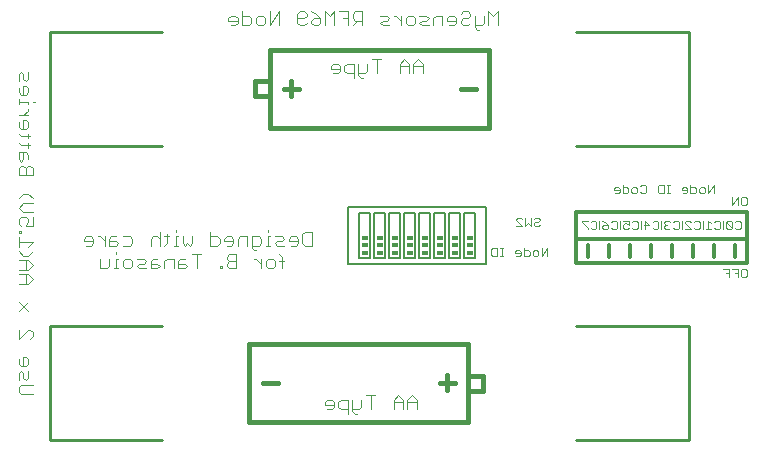
<source format=gbo>
G75*
%MOIN*%
%OFA0B0*%
%FSLAX25Y25*%
%IPPOS*%
%LPD*%
%AMOC8*
5,1,8,0,0,1.08239X$1,22.5*
%
%ADD10C,0.00400*%
%ADD11C,0.01200*%
%ADD12C,0.00300*%
%ADD13C,0.01000*%
%ADD14C,0.01600*%
%ADD15C,0.00800*%
%ADD16C,0.00700*%
%ADD17C,0.00600*%
%ADD18R,0.02000X0.01500*%
D10*
X0008767Y0031040D02*
X0008000Y0031808D01*
X0008000Y0033342D01*
X0008767Y0034109D01*
X0012604Y0034109D01*
X0010302Y0035644D02*
X0011069Y0036411D01*
X0011069Y0038713D01*
X0009535Y0037946D02*
X0009535Y0036411D01*
X0010302Y0035644D01*
X0008000Y0035644D02*
X0008000Y0037946D01*
X0008767Y0038713D01*
X0009535Y0037946D01*
X0009535Y0040248D02*
X0009535Y0043317D01*
X0010302Y0043317D01*
X0011069Y0042550D01*
X0011069Y0041015D01*
X0010302Y0040248D01*
X0008767Y0040248D01*
X0008000Y0041015D01*
X0008000Y0042550D01*
X0008000Y0049456D02*
X0011069Y0052525D01*
X0011837Y0052525D01*
X0012604Y0051758D01*
X0012604Y0050223D01*
X0011837Y0049456D01*
X0008000Y0049456D02*
X0008000Y0052525D01*
X0008000Y0058664D02*
X0011069Y0061733D01*
X0011069Y0058664D02*
X0008000Y0061733D01*
X0008000Y0067872D02*
X0011069Y0067872D01*
X0012604Y0069406D01*
X0011069Y0070941D01*
X0008000Y0070941D01*
X0008000Y0072476D02*
X0011069Y0072476D01*
X0012604Y0074010D01*
X0011069Y0075545D01*
X0008000Y0075545D01*
X0009535Y0077079D02*
X0011069Y0077079D01*
X0012604Y0078614D01*
X0011069Y0080149D02*
X0012604Y0081683D01*
X0008000Y0081683D01*
X0008000Y0080149D02*
X0008000Y0083218D01*
X0008000Y0084753D02*
X0008000Y0085520D01*
X0008767Y0085520D01*
X0008767Y0084753D01*
X0008000Y0084753D01*
X0008767Y0087055D02*
X0008000Y0087822D01*
X0008000Y0089357D01*
X0008767Y0090124D01*
X0010302Y0090124D01*
X0011069Y0089357D01*
X0011069Y0088589D01*
X0010302Y0087055D01*
X0012604Y0087055D01*
X0012604Y0090124D01*
X0012604Y0091659D02*
X0009535Y0091659D01*
X0008000Y0093193D01*
X0009535Y0094728D01*
X0012604Y0094728D01*
X0012604Y0096262D02*
X0011069Y0097797D01*
X0009535Y0097797D01*
X0008000Y0096262D01*
X0008000Y0103936D02*
X0008000Y0106238D01*
X0008767Y0107005D01*
X0009535Y0107005D01*
X0010302Y0106238D01*
X0010302Y0103936D01*
X0010302Y0106238D02*
X0011069Y0107005D01*
X0011837Y0107005D01*
X0012604Y0106238D01*
X0012604Y0103936D01*
X0008000Y0103936D01*
X0008767Y0108540D02*
X0009535Y0109307D01*
X0009535Y0111609D01*
X0010302Y0111609D02*
X0008000Y0111609D01*
X0008000Y0109307D01*
X0008767Y0108540D01*
X0011069Y0109307D02*
X0011069Y0110842D01*
X0010302Y0111609D01*
X0011069Y0113144D02*
X0011069Y0114678D01*
X0011837Y0113911D02*
X0008767Y0113911D01*
X0008000Y0114678D01*
X0008767Y0116980D02*
X0008000Y0117747D01*
X0008767Y0116980D02*
X0011837Y0116980D01*
X0011069Y0116213D02*
X0011069Y0117747D01*
X0010302Y0119282D02*
X0011069Y0120049D01*
X0011069Y0121584D01*
X0010302Y0122351D01*
X0009535Y0122351D01*
X0009535Y0119282D01*
X0010302Y0119282D02*
X0008767Y0119282D01*
X0008000Y0120049D01*
X0008000Y0121584D01*
X0008000Y0123886D02*
X0011069Y0123886D01*
X0009535Y0123886D02*
X0011069Y0125421D01*
X0011069Y0126188D01*
X0011069Y0127723D02*
X0011069Y0128490D01*
X0008000Y0128490D01*
X0008000Y0127723D02*
X0008000Y0129257D01*
X0008767Y0130792D02*
X0010302Y0130792D01*
X0011069Y0131559D01*
X0011069Y0133094D01*
X0010302Y0133861D01*
X0009535Y0133861D01*
X0009535Y0130792D01*
X0008767Y0130792D02*
X0008000Y0131559D01*
X0008000Y0133094D01*
X0008000Y0135396D02*
X0008000Y0137698D01*
X0008767Y0138465D01*
X0009535Y0137698D01*
X0009535Y0136163D01*
X0010302Y0135396D01*
X0011069Y0136163D01*
X0011069Y0138465D01*
X0012604Y0128490D02*
X0013371Y0128490D01*
X0077823Y0155535D02*
X0080893Y0155535D01*
X0080893Y0156302D02*
X0080893Y0154767D01*
X0080125Y0154000D01*
X0078591Y0154000D01*
X0077823Y0155535D02*
X0077823Y0156302D01*
X0078591Y0157069D01*
X0080125Y0157069D01*
X0080893Y0156302D01*
X0082427Y0157069D02*
X0084729Y0157069D01*
X0085497Y0156302D01*
X0085497Y0154767D01*
X0084729Y0154000D01*
X0082427Y0154000D01*
X0082427Y0158604D01*
X0087031Y0156302D02*
X0087031Y0154767D01*
X0087799Y0154000D01*
X0089333Y0154000D01*
X0090101Y0154767D01*
X0090101Y0156302D01*
X0089333Y0157069D01*
X0087799Y0157069D01*
X0087031Y0156302D01*
X0091635Y0154000D02*
X0091635Y0158604D01*
X0094705Y0158604D02*
X0091635Y0154000D01*
X0094705Y0154000D02*
X0094705Y0158604D01*
X0100843Y0157837D02*
X0100843Y0154767D01*
X0101610Y0154000D01*
X0103145Y0154000D01*
X0103912Y0154767D01*
X0105447Y0154767D02*
X0106214Y0154000D01*
X0107749Y0154000D01*
X0108516Y0154767D01*
X0108516Y0156302D01*
X0106214Y0156302D01*
X0105447Y0155535D01*
X0105447Y0154767D01*
X0103145Y0156302D02*
X0100843Y0156302D01*
X0100843Y0157837D02*
X0101610Y0158604D01*
X0103145Y0158604D01*
X0103912Y0157837D01*
X0103912Y0157069D01*
X0103145Y0156302D01*
X0105447Y0158604D02*
X0106982Y0157837D01*
X0108516Y0156302D01*
X0110051Y0158604D02*
X0110051Y0154000D01*
X0113120Y0154000D02*
X0113120Y0158604D01*
X0111586Y0157069D01*
X0110051Y0158604D01*
X0114655Y0158604D02*
X0117724Y0158604D01*
X0117724Y0154000D01*
X0119259Y0154000D02*
X0120793Y0155535D01*
X0120026Y0155535D02*
X0122328Y0155535D01*
X0122328Y0154000D02*
X0122328Y0158604D01*
X0120026Y0158604D01*
X0119259Y0157837D01*
X0119259Y0156302D01*
X0120026Y0155535D01*
X0117724Y0156302D02*
X0116190Y0156302D01*
X0128467Y0157069D02*
X0130769Y0157069D01*
X0131536Y0156302D01*
X0130769Y0155535D01*
X0129234Y0155535D01*
X0128467Y0154767D01*
X0129234Y0154000D01*
X0131536Y0154000D01*
X0135373Y0154000D02*
X0135373Y0157069D01*
X0135373Y0155535D02*
X0133838Y0157069D01*
X0133071Y0157069D01*
X0136907Y0156302D02*
X0136907Y0154767D01*
X0137674Y0154000D01*
X0139209Y0154000D01*
X0139976Y0154767D01*
X0139976Y0156302D01*
X0139209Y0157069D01*
X0137674Y0157069D01*
X0136907Y0156302D01*
X0141511Y0157069D02*
X0143813Y0157069D01*
X0144580Y0156302D01*
X0143813Y0155535D01*
X0142278Y0155535D01*
X0141511Y0154767D01*
X0142278Y0154000D01*
X0144580Y0154000D01*
X0146115Y0154000D02*
X0146115Y0156302D01*
X0146882Y0157069D01*
X0149184Y0157069D01*
X0149184Y0154000D01*
X0150719Y0155535D02*
X0153788Y0155535D01*
X0153788Y0156302D02*
X0153788Y0154767D01*
X0153021Y0154000D01*
X0151486Y0154000D01*
X0150719Y0155535D02*
X0150719Y0156302D01*
X0151486Y0157069D01*
X0153021Y0157069D01*
X0153788Y0156302D01*
X0155323Y0155535D02*
X0155323Y0154767D01*
X0156090Y0154000D01*
X0157625Y0154000D01*
X0158392Y0154767D01*
X0159927Y0154000D02*
X0162229Y0154000D01*
X0162996Y0154767D01*
X0162996Y0157069D01*
X0164531Y0158604D02*
X0164531Y0154000D01*
X0161461Y0152465D02*
X0160694Y0152465D01*
X0159927Y0153233D01*
X0159927Y0157069D01*
X0158392Y0157069D02*
X0158392Y0157837D01*
X0157625Y0158604D01*
X0156090Y0158604D01*
X0155323Y0157837D01*
X0156090Y0156302D02*
X0155323Y0155535D01*
X0156090Y0156302D02*
X0157625Y0156302D01*
X0158392Y0157069D01*
X0164531Y0158604D02*
X0166065Y0157069D01*
X0167600Y0158604D01*
X0167600Y0154000D01*
X0142600Y0141069D02*
X0142600Y0138000D01*
X0142600Y0140302D02*
X0139531Y0140302D01*
X0139531Y0141069D02*
X0139531Y0138000D01*
X0137996Y0138000D02*
X0137996Y0141069D01*
X0136461Y0142604D01*
X0134927Y0141069D01*
X0134927Y0138000D01*
X0134927Y0140302D02*
X0137996Y0140302D01*
X0139531Y0141069D02*
X0141065Y0142604D01*
X0142600Y0141069D01*
X0128788Y0142604D02*
X0125719Y0142604D01*
X0127254Y0142604D02*
X0127254Y0138000D01*
X0124184Y0138767D02*
X0123417Y0138000D01*
X0121115Y0138000D01*
X0121115Y0137233D02*
X0121882Y0136465D01*
X0122650Y0136465D01*
X0121115Y0137233D02*
X0121115Y0141069D01*
X0119580Y0141069D02*
X0117278Y0141069D01*
X0116511Y0140302D01*
X0116511Y0138767D01*
X0117278Y0138000D01*
X0119580Y0138000D01*
X0119580Y0136465D02*
X0119580Y0141069D01*
X0124184Y0141069D02*
X0124184Y0138767D01*
X0114976Y0138767D02*
X0114976Y0140302D01*
X0114209Y0141069D01*
X0112674Y0141069D01*
X0111907Y0140302D01*
X0111907Y0139535D01*
X0114976Y0139535D01*
X0114976Y0138767D02*
X0114209Y0138000D01*
X0112674Y0138000D01*
X0091021Y0085871D02*
X0091021Y0085104D01*
X0091021Y0083569D02*
X0091021Y0080500D01*
X0091788Y0080500D02*
X0090254Y0080500D01*
X0088719Y0081267D02*
X0088719Y0082802D01*
X0087952Y0083569D01*
X0085650Y0083569D01*
X0085650Y0079733D01*
X0086417Y0078965D01*
X0087184Y0078965D01*
X0087952Y0080500D02*
X0085650Y0080500D01*
X0084115Y0080500D02*
X0084115Y0083569D01*
X0081813Y0083569D01*
X0081046Y0082802D01*
X0081046Y0080500D01*
X0079511Y0081267D02*
X0079511Y0082802D01*
X0078744Y0083569D01*
X0077209Y0083569D01*
X0076442Y0082802D01*
X0076442Y0082035D01*
X0079511Y0082035D01*
X0079511Y0081267D02*
X0078744Y0080500D01*
X0077209Y0080500D01*
X0074907Y0081267D02*
X0074907Y0082802D01*
X0074140Y0083569D01*
X0071838Y0083569D01*
X0071838Y0085104D02*
X0071838Y0080500D01*
X0074140Y0080500D01*
X0074907Y0081267D01*
X0077976Y0077604D02*
X0077209Y0076837D01*
X0077209Y0076069D01*
X0077976Y0075302D01*
X0080278Y0075302D01*
X0077976Y0075302D02*
X0077209Y0074535D01*
X0077209Y0073767D01*
X0077976Y0073000D01*
X0080278Y0073000D01*
X0080278Y0077604D01*
X0077976Y0077604D01*
X0075674Y0073767D02*
X0074907Y0073767D01*
X0074907Y0073000D01*
X0075674Y0073000D01*
X0075674Y0073767D01*
X0068769Y0077604D02*
X0065699Y0077604D01*
X0067234Y0077604D02*
X0067234Y0073000D01*
X0064165Y0073767D02*
X0063397Y0074535D01*
X0061095Y0074535D01*
X0061095Y0075302D02*
X0061095Y0073000D01*
X0063397Y0073000D01*
X0064165Y0073767D01*
X0063397Y0076069D02*
X0061863Y0076069D01*
X0061095Y0075302D01*
X0059561Y0076069D02*
X0059561Y0073000D01*
X0056491Y0073000D02*
X0056491Y0075302D01*
X0057259Y0076069D01*
X0059561Y0076069D01*
X0054957Y0073767D02*
X0054190Y0074535D01*
X0051888Y0074535D01*
X0051888Y0075302D02*
X0051888Y0073000D01*
X0054190Y0073000D01*
X0054957Y0073767D01*
X0054190Y0076069D02*
X0052655Y0076069D01*
X0051888Y0075302D01*
X0050353Y0075302D02*
X0049586Y0076069D01*
X0047284Y0076069D01*
X0048051Y0074535D02*
X0049586Y0074535D01*
X0050353Y0075302D01*
X0050353Y0073000D02*
X0048051Y0073000D01*
X0047284Y0073767D01*
X0048051Y0074535D01*
X0045749Y0075302D02*
X0044982Y0076069D01*
X0043447Y0076069D01*
X0042680Y0075302D01*
X0042680Y0073767D01*
X0043447Y0073000D01*
X0044982Y0073000D01*
X0045749Y0073767D01*
X0045749Y0075302D01*
X0041145Y0076069D02*
X0040378Y0076069D01*
X0040378Y0073000D01*
X0041145Y0073000D02*
X0039610Y0073000D01*
X0038076Y0073767D02*
X0037308Y0073000D01*
X0035007Y0073000D01*
X0035007Y0076069D01*
X0038076Y0076069D02*
X0038076Y0073767D01*
X0040378Y0077604D02*
X0040378Y0078371D01*
X0040378Y0080500D02*
X0038076Y0080500D01*
X0038076Y0082802D01*
X0038843Y0083569D01*
X0040378Y0083569D01*
X0040378Y0082035D02*
X0038076Y0082035D01*
X0036541Y0082035D02*
X0035007Y0083569D01*
X0034239Y0083569D01*
X0032705Y0082802D02*
X0032705Y0081267D01*
X0031937Y0080500D01*
X0030403Y0080500D01*
X0029635Y0082035D02*
X0032705Y0082035D01*
X0032705Y0082802D02*
X0031937Y0083569D01*
X0030403Y0083569D01*
X0029635Y0082802D01*
X0029635Y0082035D01*
X0036541Y0080500D02*
X0036541Y0083569D01*
X0040378Y0082035D02*
X0041145Y0081267D01*
X0040378Y0080500D01*
X0042680Y0080500D02*
X0044982Y0080500D01*
X0045749Y0081267D01*
X0045749Y0082802D01*
X0044982Y0083569D01*
X0042680Y0083569D01*
X0051888Y0082802D02*
X0051888Y0080500D01*
X0051888Y0082802D02*
X0052655Y0083569D01*
X0054190Y0083569D01*
X0054957Y0082802D01*
X0056491Y0083569D02*
X0058026Y0083569D01*
X0057259Y0084337D02*
X0057259Y0081267D01*
X0056491Y0080500D01*
X0054957Y0080500D02*
X0054957Y0085104D01*
X0060328Y0085104D02*
X0060328Y0085871D01*
X0060328Y0083569D02*
X0060328Y0080500D01*
X0061095Y0080500D02*
X0059561Y0080500D01*
X0062630Y0081267D02*
X0062630Y0083569D01*
X0061095Y0083569D02*
X0060328Y0083569D01*
X0062630Y0081267D02*
X0063397Y0080500D01*
X0064165Y0081267D01*
X0064932Y0080500D01*
X0065699Y0081267D01*
X0065699Y0083569D01*
X0086417Y0076069D02*
X0087184Y0076069D01*
X0088719Y0074535D01*
X0088719Y0076069D02*
X0088719Y0073000D01*
X0090254Y0073767D02*
X0090254Y0075302D01*
X0091021Y0076069D01*
X0092556Y0076069D01*
X0093323Y0075302D01*
X0093323Y0073767D01*
X0092556Y0073000D01*
X0091021Y0073000D01*
X0090254Y0073767D01*
X0094858Y0075302D02*
X0096392Y0075302D01*
X0095625Y0076837D02*
X0095625Y0073000D01*
X0095625Y0076837D02*
X0094858Y0077604D01*
X0094090Y0080500D02*
X0093323Y0081267D01*
X0094090Y0082035D01*
X0095625Y0082035D01*
X0096392Y0082802D01*
X0095625Y0083569D01*
X0093323Y0083569D01*
X0091788Y0083569D02*
X0091021Y0083569D01*
X0088719Y0081267D02*
X0087952Y0080500D01*
X0094090Y0080500D02*
X0096392Y0080500D01*
X0097927Y0082035D02*
X0097927Y0082802D01*
X0098694Y0083569D01*
X0100229Y0083569D01*
X0100996Y0082802D01*
X0100996Y0081267D01*
X0100229Y0080500D01*
X0098694Y0080500D01*
X0097927Y0082035D02*
X0100996Y0082035D01*
X0102531Y0081267D02*
X0102531Y0084337D01*
X0103298Y0085104D01*
X0105600Y0085104D01*
X0105600Y0080500D01*
X0103298Y0080500D01*
X0102531Y0081267D01*
X0123719Y0030604D02*
X0126788Y0030604D01*
X0125254Y0030604D02*
X0125254Y0026000D01*
X0122184Y0026767D02*
X0121417Y0026000D01*
X0119115Y0026000D01*
X0119115Y0025233D02*
X0119882Y0024465D01*
X0120650Y0024465D01*
X0119115Y0025233D02*
X0119115Y0029069D01*
X0117580Y0029069D02*
X0115278Y0029069D01*
X0114511Y0028302D01*
X0114511Y0026767D01*
X0115278Y0026000D01*
X0117580Y0026000D01*
X0117580Y0024465D02*
X0117580Y0029069D01*
X0112976Y0028302D02*
X0112209Y0029069D01*
X0110674Y0029069D01*
X0109907Y0028302D01*
X0109907Y0027535D01*
X0112976Y0027535D01*
X0112976Y0028302D02*
X0112976Y0026767D01*
X0112209Y0026000D01*
X0110674Y0026000D01*
X0122184Y0026767D02*
X0122184Y0029069D01*
X0132927Y0029069D02*
X0132927Y0026000D01*
X0132927Y0028302D02*
X0135996Y0028302D01*
X0135996Y0029069D02*
X0135996Y0026000D01*
X0137531Y0026000D02*
X0137531Y0029069D01*
X0139065Y0030604D01*
X0140600Y0029069D01*
X0140600Y0026000D01*
X0140600Y0028302D02*
X0137531Y0028302D01*
X0135996Y0029069D02*
X0134461Y0030604D01*
X0132927Y0029069D01*
X0012604Y0031040D02*
X0008767Y0031040D01*
X0010302Y0067872D02*
X0010302Y0070941D01*
X0010302Y0072476D02*
X0010302Y0075545D01*
X0009535Y0077079D02*
X0008000Y0078614D01*
D11*
X0193800Y0074800D02*
X0193800Y0082800D01*
X0250800Y0082800D01*
X0250800Y0074800D01*
X0193800Y0074800D01*
X0197800Y0076800D02*
X0197800Y0080800D01*
X0193800Y0082800D02*
X0193800Y0091800D01*
X0250800Y0091800D01*
X0250800Y0082800D01*
X0246800Y0080800D02*
X0246800Y0076800D01*
X0239800Y0076800D02*
X0239800Y0080800D01*
X0232800Y0080800D02*
X0232800Y0076800D01*
X0225800Y0076800D02*
X0225800Y0080800D01*
X0218800Y0080800D02*
X0218800Y0076800D01*
X0211800Y0076800D02*
X0211800Y0080800D01*
X0204800Y0080800D02*
X0204800Y0076800D01*
D12*
X0203968Y0085950D02*
X0203001Y0085950D01*
X0202517Y0086434D01*
X0202517Y0086917D01*
X0203001Y0087401D01*
X0204452Y0087401D01*
X0204452Y0086434D01*
X0203968Y0085950D01*
X0204452Y0087401D02*
X0203485Y0088369D01*
X0202517Y0088852D01*
X0201506Y0088852D02*
X0201506Y0085950D01*
X0200524Y0086434D02*
X0200524Y0088369D01*
X0200040Y0088852D01*
X0199072Y0088852D01*
X0198589Y0088369D01*
X0197577Y0088852D02*
X0195642Y0088852D01*
X0195642Y0088369D01*
X0197577Y0086434D01*
X0197577Y0085950D01*
X0198589Y0086434D02*
X0199072Y0085950D01*
X0200040Y0085950D01*
X0200524Y0086434D01*
X0205464Y0086434D02*
X0205948Y0085950D01*
X0206915Y0085950D01*
X0207399Y0086434D01*
X0207399Y0088369D01*
X0206915Y0088852D01*
X0205948Y0088852D01*
X0205464Y0088369D01*
X0208381Y0088852D02*
X0208381Y0085950D01*
X0209392Y0086434D02*
X0209392Y0087401D01*
X0209876Y0087885D01*
X0210360Y0087885D01*
X0211327Y0087401D01*
X0211327Y0088852D01*
X0209392Y0088852D01*
X0212339Y0088369D02*
X0212823Y0088852D01*
X0213790Y0088852D01*
X0214274Y0088369D01*
X0214274Y0086434D01*
X0213790Y0085950D01*
X0212823Y0085950D01*
X0212339Y0086434D01*
X0211327Y0086434D02*
X0210844Y0085950D01*
X0209876Y0085950D01*
X0209392Y0086434D01*
X0215256Y0085950D02*
X0215256Y0088852D01*
X0216751Y0088852D02*
X0218203Y0087401D01*
X0216268Y0087401D01*
X0216751Y0085950D02*
X0216751Y0088852D01*
X0219214Y0088369D02*
X0219698Y0088852D01*
X0220665Y0088852D01*
X0221149Y0088369D01*
X0221149Y0086434D01*
X0220665Y0085950D01*
X0219698Y0085950D01*
X0219214Y0086434D01*
X0222131Y0085950D02*
X0222131Y0088852D01*
X0223143Y0088369D02*
X0223143Y0087885D01*
X0223627Y0087401D01*
X0223143Y0086917D01*
X0223143Y0086434D01*
X0223627Y0085950D01*
X0224594Y0085950D01*
X0225078Y0086434D01*
X0226089Y0086434D02*
X0226573Y0085950D01*
X0227541Y0085950D01*
X0228024Y0086434D01*
X0228024Y0088369D01*
X0227541Y0088852D01*
X0226573Y0088852D01*
X0226089Y0088369D01*
X0225078Y0088369D02*
X0224594Y0088852D01*
X0223627Y0088852D01*
X0223143Y0088369D01*
X0223627Y0087401D02*
X0224110Y0087401D01*
X0229007Y0088852D02*
X0229007Y0085950D01*
X0230018Y0085950D02*
X0231953Y0085950D01*
X0230018Y0087885D01*
X0230018Y0088369D01*
X0230502Y0088852D01*
X0231469Y0088852D01*
X0231953Y0088369D01*
X0232965Y0088369D02*
X0233448Y0088852D01*
X0234416Y0088852D01*
X0234900Y0088369D01*
X0234900Y0086434D01*
X0234416Y0085950D01*
X0233448Y0085950D01*
X0232965Y0086434D01*
X0235882Y0085950D02*
X0235882Y0088852D01*
X0237861Y0088852D02*
X0237861Y0085950D01*
X0238828Y0085950D02*
X0236893Y0085950D01*
X0238828Y0087885D02*
X0237861Y0088852D01*
X0239840Y0088369D02*
X0240324Y0088852D01*
X0241291Y0088852D01*
X0241775Y0088369D01*
X0241775Y0086434D01*
X0241291Y0085950D01*
X0240324Y0085950D01*
X0239840Y0086434D01*
X0242757Y0085950D02*
X0242757Y0088852D01*
X0243769Y0088369D02*
X0245703Y0086434D01*
X0245220Y0085950D01*
X0244252Y0085950D01*
X0243769Y0086434D01*
X0243769Y0088369D01*
X0244252Y0088852D01*
X0245220Y0088852D01*
X0245703Y0088369D01*
X0245703Y0086434D01*
X0246715Y0086434D02*
X0247199Y0085950D01*
X0248166Y0085950D01*
X0248650Y0086434D01*
X0248650Y0088369D01*
X0248166Y0088852D01*
X0247199Y0088852D01*
X0246715Y0088369D01*
X0245769Y0093950D02*
X0245769Y0096852D01*
X0247703Y0096852D02*
X0245769Y0093950D01*
X0247703Y0093950D02*
X0247703Y0096852D01*
X0248715Y0096369D02*
X0248715Y0094434D01*
X0249199Y0093950D01*
X0250166Y0093950D01*
X0250650Y0094434D01*
X0250650Y0096369D01*
X0250166Y0096852D01*
X0249199Y0096852D01*
X0248715Y0096369D01*
X0239650Y0097950D02*
X0239650Y0100852D01*
X0237715Y0097950D01*
X0237715Y0100852D01*
X0236703Y0099401D02*
X0236703Y0098434D01*
X0236220Y0097950D01*
X0235252Y0097950D01*
X0234769Y0098434D01*
X0234769Y0099401D01*
X0235252Y0099885D01*
X0236220Y0099885D01*
X0236703Y0099401D01*
X0233757Y0099401D02*
X0233757Y0098434D01*
X0233273Y0097950D01*
X0231822Y0097950D01*
X0231822Y0100852D01*
X0231822Y0099885D02*
X0233273Y0099885D01*
X0233757Y0099401D01*
X0230810Y0099401D02*
X0230810Y0098434D01*
X0230327Y0097950D01*
X0229359Y0097950D01*
X0228875Y0098917D02*
X0230810Y0098917D01*
X0230810Y0099401D02*
X0230327Y0099885D01*
X0229359Y0099885D01*
X0228875Y0099401D01*
X0228875Y0098917D01*
X0224917Y0097950D02*
X0223950Y0097950D01*
X0224434Y0097950D02*
X0224434Y0100852D01*
X0224917Y0100852D02*
X0223950Y0100852D01*
X0222953Y0100852D02*
X0221502Y0100852D01*
X0221018Y0100369D01*
X0221018Y0098434D01*
X0221502Y0097950D01*
X0222953Y0097950D01*
X0222953Y0100852D01*
X0217060Y0100369D02*
X0217060Y0098434D01*
X0216576Y0097950D01*
X0215609Y0097950D01*
X0215125Y0098434D01*
X0214114Y0098434D02*
X0214114Y0099401D01*
X0213630Y0099885D01*
X0212662Y0099885D01*
X0212179Y0099401D01*
X0212179Y0098434D01*
X0212662Y0097950D01*
X0213630Y0097950D01*
X0214114Y0098434D01*
X0215125Y0100369D02*
X0215609Y0100852D01*
X0216576Y0100852D01*
X0217060Y0100369D01*
X0211167Y0099401D02*
X0211167Y0098434D01*
X0210683Y0097950D01*
X0209232Y0097950D01*
X0209232Y0100852D01*
X0209232Y0099885D02*
X0210683Y0099885D01*
X0211167Y0099401D01*
X0208220Y0099401D02*
X0208220Y0098434D01*
X0207737Y0097950D01*
X0206769Y0097950D01*
X0206285Y0098917D02*
X0208220Y0098917D01*
X0208220Y0099401D02*
X0207737Y0099885D01*
X0206769Y0099885D01*
X0206285Y0099401D01*
X0206285Y0098917D01*
X0181650Y0089369D02*
X0181650Y0088885D01*
X0181166Y0088401D01*
X0180199Y0088401D01*
X0179715Y0087917D01*
X0179715Y0087434D01*
X0180199Y0086950D01*
X0181166Y0086950D01*
X0181650Y0087434D01*
X0181650Y0089369D02*
X0181166Y0089852D01*
X0180199Y0089852D01*
X0179715Y0089369D01*
X0178703Y0089852D02*
X0178703Y0086950D01*
X0177736Y0087917D01*
X0176769Y0086950D01*
X0176769Y0089852D01*
X0175757Y0089369D02*
X0175273Y0089852D01*
X0174306Y0089852D01*
X0173822Y0089369D01*
X0173822Y0088885D01*
X0175757Y0086950D01*
X0173822Y0086950D01*
X0176322Y0079852D02*
X0176322Y0076950D01*
X0177773Y0076950D01*
X0178257Y0077434D01*
X0178257Y0078401D01*
X0177773Y0078885D01*
X0176322Y0078885D01*
X0175310Y0078401D02*
X0174827Y0078885D01*
X0173859Y0078885D01*
X0173375Y0078401D01*
X0173375Y0077917D01*
X0175310Y0077917D01*
X0175310Y0077434D02*
X0175310Y0078401D01*
X0175310Y0077434D02*
X0174827Y0076950D01*
X0173859Y0076950D01*
X0169417Y0076950D02*
X0168450Y0076950D01*
X0168934Y0076950D02*
X0168934Y0079852D01*
X0169417Y0079852D02*
X0168450Y0079852D01*
X0167453Y0079852D02*
X0166002Y0079852D01*
X0165518Y0079369D01*
X0165518Y0077434D01*
X0166002Y0076950D01*
X0167453Y0076950D01*
X0167453Y0079852D01*
X0179269Y0078401D02*
X0179752Y0078885D01*
X0180720Y0078885D01*
X0181203Y0078401D01*
X0181203Y0077434D01*
X0180720Y0076950D01*
X0179752Y0076950D01*
X0179269Y0077434D01*
X0179269Y0078401D01*
X0182215Y0076950D02*
X0182215Y0079852D01*
X0184150Y0079852D02*
X0182215Y0076950D01*
X0184150Y0076950D02*
X0184150Y0079852D01*
X0242822Y0072852D02*
X0244757Y0072852D01*
X0244757Y0069950D01*
X0244757Y0071401D02*
X0243789Y0071401D01*
X0245769Y0072852D02*
X0247703Y0072852D01*
X0247703Y0069950D01*
X0248715Y0070434D02*
X0248715Y0072369D01*
X0249199Y0072852D01*
X0250166Y0072852D01*
X0250650Y0072369D01*
X0250650Y0070434D01*
X0250166Y0069950D01*
X0249199Y0069950D01*
X0248715Y0070434D01*
X0247703Y0071401D02*
X0246736Y0071401D01*
D13*
X0018300Y0053800D02*
X0018300Y0015800D01*
X0055800Y0015800D01*
X0055800Y0053800D02*
X0018300Y0053800D01*
X0018300Y0113800D02*
X0055800Y0113800D01*
X0018300Y0113800D02*
X0018300Y0151800D01*
X0055800Y0151800D01*
X0193800Y0151800D02*
X0231300Y0151800D01*
X0231300Y0113800D01*
X0193800Y0113800D01*
X0193800Y0053800D02*
X0231300Y0053800D01*
X0231300Y0015800D01*
X0193800Y0015800D01*
D14*
X0162800Y0032100D02*
X0157800Y0032100D01*
X0157800Y0021800D01*
X0084800Y0021800D01*
X0084800Y0047800D01*
X0157800Y0047800D01*
X0157800Y0037100D01*
X0162800Y0037100D01*
X0162800Y0032100D01*
X0157800Y0032100D02*
X0157800Y0037100D01*
X0153300Y0034800D02*
X0148300Y0034800D01*
X0150800Y0037300D02*
X0150800Y0032300D01*
X0094300Y0034800D02*
X0089300Y0034800D01*
X0091800Y0119800D02*
X0091800Y0130500D01*
X0086800Y0130500D01*
X0086800Y0135500D01*
X0091800Y0135500D01*
X0091800Y0145800D01*
X0164800Y0145800D01*
X0164800Y0119800D01*
X0091800Y0119800D01*
X0091800Y0130500D02*
X0091800Y0135500D01*
X0096300Y0132800D02*
X0101300Y0132800D01*
X0098800Y0130300D02*
X0098800Y0135300D01*
X0155300Y0132800D02*
X0160300Y0132800D01*
D15*
X0163800Y0093300D02*
X0117800Y0093300D01*
X0117800Y0090300D01*
X0117800Y0077300D01*
X0117800Y0074300D01*
X0163800Y0074300D01*
X0163800Y0077300D01*
X0163800Y0090300D01*
X0163800Y0093300D01*
D16*
X0160100Y0091300D02*
X0156500Y0091300D01*
X0156500Y0076300D01*
X0155100Y0076300D02*
X0155100Y0091300D01*
X0151500Y0091300D01*
X0151500Y0076300D01*
X0150100Y0076300D02*
X0150100Y0091300D01*
X0146500Y0091300D01*
X0146500Y0076300D01*
X0145100Y0076300D02*
X0145100Y0091300D01*
X0141500Y0091300D01*
X0141500Y0076300D01*
X0140100Y0076300D02*
X0140100Y0091300D01*
X0136500Y0091300D01*
X0136500Y0076300D01*
X0135100Y0076300D02*
X0135100Y0091300D01*
X0131500Y0091300D01*
X0131500Y0076300D01*
X0130100Y0076300D02*
X0130100Y0091300D01*
X0126500Y0091300D01*
X0126500Y0076300D01*
X0125100Y0076300D02*
X0125100Y0091300D01*
X0121500Y0091300D01*
X0121500Y0076300D01*
X0160100Y0076300D02*
X0160100Y0091300D01*
D17*
X0160100Y0076300D02*
X0156500Y0076300D01*
X0155100Y0076300D02*
X0151500Y0076300D01*
X0150100Y0076300D02*
X0146500Y0076300D01*
X0145100Y0076300D02*
X0141500Y0076300D01*
X0140100Y0076300D02*
X0136500Y0076300D01*
X0135100Y0076300D02*
X0131500Y0076300D01*
X0130100Y0076300D02*
X0126500Y0076300D01*
X0125100Y0076300D02*
X0121500Y0076300D01*
D18*
X0123300Y0078050D03*
X0123300Y0080550D03*
X0123300Y0083050D03*
X0128300Y0083050D03*
X0128300Y0080550D03*
X0133300Y0080550D03*
X0133300Y0083050D03*
X0138300Y0083050D03*
X0138300Y0080550D03*
X0138300Y0078050D03*
X0133300Y0078050D03*
X0128300Y0078050D03*
X0143300Y0078050D03*
X0143300Y0080550D03*
X0143300Y0083050D03*
X0148300Y0083050D03*
X0148300Y0080550D03*
X0148300Y0078050D03*
X0153300Y0078050D03*
X0153300Y0080550D03*
X0153300Y0083050D03*
X0158300Y0083050D03*
X0158300Y0080550D03*
X0158300Y0078050D03*
M02*

</source>
